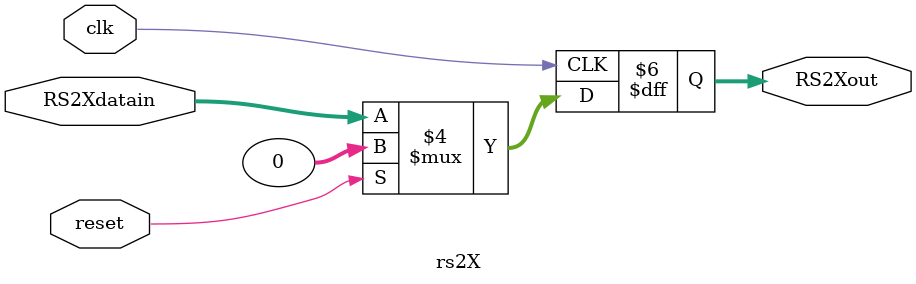
<source format=v>
module rs2X (
    input wire clk,           // Señal de reloj
    input wire reset,         // Señal de reinicio
    input wire [31:0] RS2Xdatain, // Entrada de datos
    output reg [31:0] RS2Xout
);

always @(negedge clk) begin
    if (reset == 1) begin
        RS2Xout <= 32'b00000000000000000000000000000000;
    end
    else begin
        RS2Xout <= RS2Xdatain;
    end
end

endmodule
</source>
